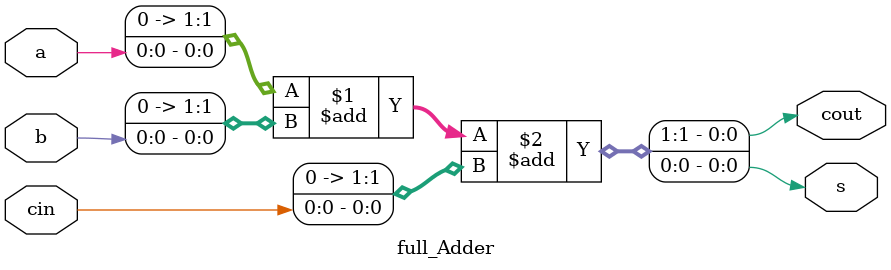
<source format=v>
`timescale 1ns / 1ps


module full_Adder(
    input a,
    input b,
    input cin,
    output s,
    output cout
    );
    
    assign {cout,s}={1'b0,a}+{1'b0,b}+{1'b0,cin};
endmodule

</source>
